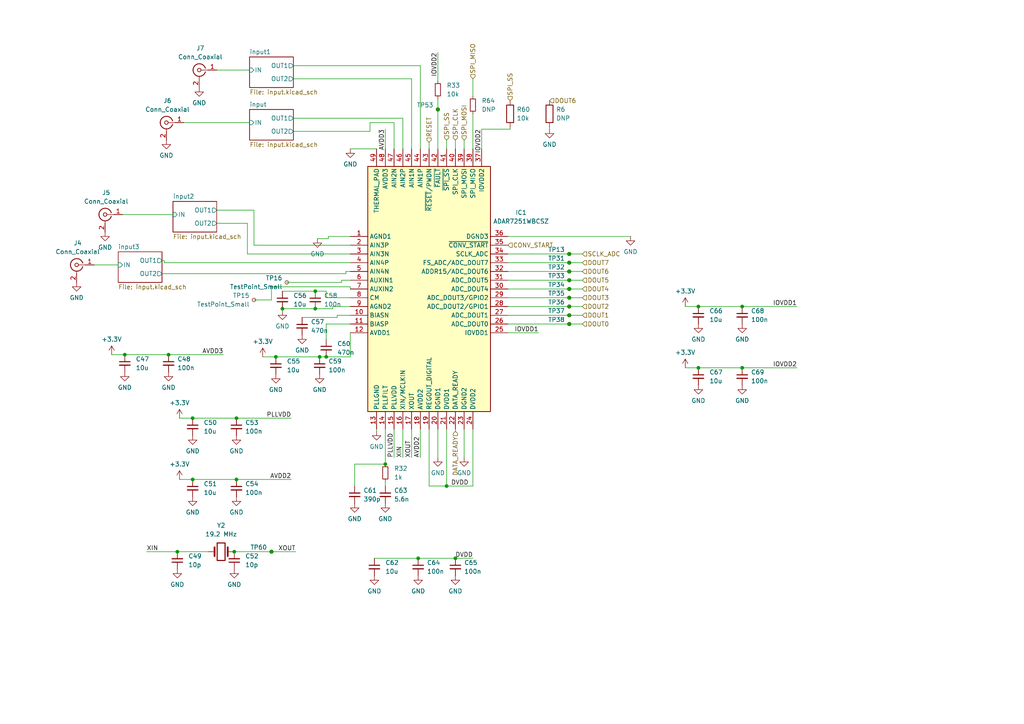
<source format=kicad_sch>
(kicad_sch (version 20231120) (generator "eeschema") (generator_version "8.0")
  (paper "A4")
  (lib_symbols
    (symbol "ADAR:ADAR7251WBCSZ"
      (property "Reference" "IC" (at 41.91 25.4 0))
      (property "Value" "ADAR7251WBCSZ" (at 41.91 22.86 0))
      (symbol "ADAR7251WBCSZ_1_1"
        (rectangle (start 5.08 20.32) (end 40.64 -50.8) (stroke (width 0.254)) (fill (type background)))
        (pin passive line (at 0 0 0) (length 5.08) (name "AGND1") (number "1"))
        (pin passive line (at 0 -22.86 0) (length 5.08) (name "BIASN") (number "10"))
        (pin passive line (at 0 -25.4 0) (length 5.08) (name "BIASP") (number "11"))
        (pin passive line (at 0 -27.94 0) (length 5.08) (name "AVDD1") (number "12"))
        (pin passive line (at 7.62 -55.88 90) (length 5.08) (name "PLLGND") (number "13"))
        (pin passive line (at 10.16 -55.88 90) (length 5.08) (name "PLLFILT") (number "14"))
        (pin passive line (at 12.7 -55.88 90) (length 5.08) (name "PLLVDD") (number "15"))
        (pin passive line (at 15.24 -55.88 90) (length 5.08) (name "XIN/MCLKIN") (number "16"))
        (pin passive line (at 17.78 -55.88 90) (length 5.08) (name "XOUT") (number "17"))
        (pin passive line (at 20.32 -55.88 90) (length 5.08) (name "AVDD2") (number "18"))
        (pin passive line (at 22.86 -55.88 90) (length 5.08) (name "REGOUT_DIGITAL") (number "19"))
        (pin passive line (at 0 -2.54 0) (length 5.08) (name "AIN3P") (number "2"))
        (pin passive line (at 25.4 -55.88 90) (length 5.08) (name "DGND1") (number "20"))
        (pin passive line (at 27.94 -55.88 90) (length 5.08) (name "DVDD1") (number "21"))
        (pin passive line (at 30.48 -55.88 90) (length 5.08) (name "DATA_READY") (number "22"))
        (pin passive line (at 33.02 -55.88 90) (length 5.08) (name "DGND2") (number "23"))
        (pin passive line (at 35.56 -55.88 90) (length 5.08) (name "DVDD2") (number "24"))
        (pin passive line (at 45.72 -27.94 180) (length 5.08) (name "IOVDD1") (number "25"))
        (pin passive line (at 45.72 -25.4 180) (length 5.08) (name "ADC_DOUT0") (number "26"))
        (pin passive line (at 45.72 -22.86 180) (length 5.08) (name "ADC_DOUT1") (number "27"))
        (pin passive line (at 45.72 -20.32 180) (length 5.08) (name "ADC_DOUT2/GPIO1") (number "28"))
        (pin passive line (at 45.72 -17.78 180) (length 5.08) (name "ADC_DOUT3/GPIO2") (number "29"))
        (pin passive line (at 0 -5.08 0) (length 5.08) (name "AIN3N") (number "3"))
        (pin passive line (at 45.72 -15.24 180) (length 5.08) (name "ADC_DOUT4") (number "30"))
        (pin passive line (at 45.72 -12.7 180) (length 5.08) (name "ADC_DOUT5") (number "31"))
        (pin passive line (at 45.72 -10.16 180) (length 5.08) (name "ADDR15/ADC_DOUT6") (number "32"))
        (pin passive line (at 45.72 -7.62 180) (length 5.08) (name "FS_ADC/ADC_DOUT7") (number "33"))
        (pin passive line (at 45.72 -5.08 180) (length 5.08) (name "SCLK_ADC") (number "34"))
        (pin passive line (at 45.72 -2.54 180) (length 5.08) (name "~{CONV_START}") (number "35"))
        (pin passive line (at 45.72 0 180) (length 5.08) (name "DGND3") (number "36"))
        (pin passive line (at 38.1 25.4 270) (length 5.08) (name "IOVDD2") (number "37"))
        (pin passive line (at 35.56 25.4 270) (length 5.08) (name "SPI_MISO") (number "38"))
        (pin passive line (at 33.02 25.4 270) (length 5.08) (name "SPI_MOSI") (number "39"))
        (pin passive line (at 0 -7.62 0) (length 5.08) (name "AIN4P") (number "4"))
        (pin passive line (at 30.48 25.4 270) (length 5.08) (name "SPI_CLK") (number "40"))
        (pin passive line (at 27.94 25.4 270) (length 5.08) (name "~{SPI_SS}") (number "41"))
        (pin passive line (at 25.4 25.4 270) (length 5.08) (name "~{FAULT}") (number "42"))
        (pin passive line (at 22.86 25.4 270) (length 5.08) (name "~{RESET}/PWDN") (number "43"))
        (pin passive line (at 20.32 25.4 270) (length 5.08) (name "AIN1P") (number "44"))
        (pin passive line (at 17.78 25.4 270) (length 5.08) (name "AIN1N") (number "45"))
        (pin passive line (at 15.24 25.4 270) (length 5.08) (name "AIN2P") (number "46"))
        (pin passive line (at 12.7 25.4 270) (length 5.08) (name "AIN2N") (number "47"))
        (pin passive line (at 10.16 25.4 270) (length 5.08) (name "AVDD3") (number "48"))
        (pin passive line (at 7.62 25.4 270) (length 5.08) (name "THERMAL_PAD") (number "49"))
        (pin passive line (at 0 -10.16 0) (length 5.08) (name "AIN4N") (number "5"))
        (pin passive line (at 0 -12.7 0) (length 5.08) (name "AUXIN1") (number "6"))
        (pin passive line (at 0 -15.24 0) (length 5.08) (name "AUXIN2") (number "7"))
        (pin passive line (at 0 -17.78 0) (length 5.08) (name "CM") (number "8"))
        (pin passive line (at 0 -20.32 0) (length 5.08) (name "AGND2") (number "9"))
      )
    )
    (symbol "Connector:Conn_Coaxial" (pin_names (offset 1.016) hide)
      (property "Reference" "J" (at 0.254 3.048 0))
      (property "Value" "Conn_Coaxial" (at 2.921 0 90))
      (symbol "Conn_Coaxial_0_1"
        (arc (start -1.778 -0.508) (mid 0.2311 -1.8066) (end 1.778 0) (stroke (width 0.254)))
        (polyline (pts (xy -2.54 0) (xy -0.508 0)))
        (polyline (pts (xy 0 -2.54) (xy 0 -1.778)))
        (circle (center 0 0) (radius 0.508) (stroke (width 0.2032)))
        (arc (start 1.778 0) (mid 0.2099 1.8101) (end -1.778 0.508) (stroke (width 0.254)))
      )
      (symbol "Conn_Coaxial_1_1"
        (pin passive line (at -5.08 0 0) (length 2.54) (name "In") (number "1"))
        (pin passive line (at 0 -5.08 90) (length 2.54) (name "Ext") (number "2"))
      )
    )
    (symbol "Connector:TestPoint_Small" (pin_numbers hide) (pin_names (offset 0.762) hide)
      (property "Reference" "TP" (at 0 3.81 0))
      (property "Value" "TestPoint_Small" (at 0 2.032 0))
      (symbol "TestPoint_Small_0_1"
        (circle (center 0 0) (radius 0.508))
      )
      (symbol "TestPoint_Small_1_1"
        (pin passive line (at 0 0 90) (length 0) (name "1") (number "1"))
      )
    )
    (symbol "Device:C_Small" (pin_numbers hide) (pin_names (offset 0.254) hide)
      (property "Reference" "C" (at 0.254 1.778 0))
      (property "Value" "C_Small" (at 0.254 -2.032 0))
      (symbol "C_Small_0_1"
        (polyline (pts (xy -1.524 -0.508) (xy 1.524 -0.508)) (stroke (width 0.3302)))
        (polyline (pts (xy -1.524 0.508) (xy 1.524 0.508)) (stroke (width 0.3048)))
      )
      (symbol "C_Small_1_1"
        (pin passive line (at 0 2.54 270) (length 2.032) (name "~") (number "1"))
        (pin passive line (at 0 -2.54 90) (length 2.032) (name "~") (number "2"))
      )
    )
    (symbol "Device:Crystal" (pin_numbers hide) (pin_names (offset 1.016) hide)
      (property "Reference" "Y" (at 0 3.81 0))
      (property "Value" "Crystal" (at 0 -3.81 0))
      (symbol "Crystal_0_1"
        (rectangle (start -1.143 2.54) (end 1.143 -2.54) (stroke (width 0.3048)))
        (polyline (pts (xy -2.54 0) (xy -1.905 0)))
        (polyline (pts (xy -1.905 -1.27) (xy -1.905 1.27)) (stroke (width 0.508)))
        (polyline (pts (xy 1.905 -1.27) (xy 1.905 1.27)) (stroke (width 0.508)))
        (polyline (pts (xy 2.54 0) (xy 1.905 0)))
      )
      (symbol "Crystal_1_1"
        (pin passive line (at -3.81 0 0) (length 1.27) (name "1") (number "1"))
        (pin passive line (at 3.81 0 180) (length 1.27) (name "2") (number "2"))
      )
    )
    (symbol "Device:R" (pin_numbers hide) (pin_names (offset 0))
      (property "Reference" "R" (at 2.032 0 90))
      (property "Value" "R" (at 0 0 90))
      (symbol "R_0_1"
        (rectangle (start -1.016 -2.54) (end 1.016 2.54) (stroke (width 0.254)))
      )
      (symbol "R_1_1"
        (pin passive line (at 0 3.81 270) (length 1.27) (name "~") (number "1"))
        (pin passive line (at 0 -3.81 90) (length 1.27) (name "~") (number "2"))
      )
    )
    (symbol "Device:R_Small" (pin_numbers hide) (pin_names (offset 0.254) hide)
      (property "Reference" "R" (at 0.762 0.508 0))
      (property "Value" "R_Small" (at 0.762 -1.016 0))
      (symbol "R_Small_0_1"
        (rectangle (start -0.762 1.778) (end 0.762 -1.778) (stroke (width 0.2032)))
      )
      (symbol "R_Small_1_1"
        (pin passive line (at 0 2.54 270) (length 0.762) (name "~") (number "1"))
        (pin passive line (at 0 -2.54 90) (length 0.762) (name "~") (number "2"))
      )
    )
    (symbol "power:+3.3V" (power) (pin_names (offset 0))
      (property "Value" "+3.3V" (at 0 3.556 0))
      (symbol "+3.3V_0_1"
        (polyline (pts (xy -0.762 1.27) (xy 0 2.54)))
        (polyline (pts (xy 0 0) (xy 0 2.54)))
        (polyline (pts (xy 0 2.54) (xy 0.762 1.27)))
      )
      (symbol "+3.3V_1_1"
        (pin power_in line (at 0 0 90) (length 0) hide (name "+3.3V") (number "1"))
      )
    )
    (symbol "power:GND" (power) (pin_names (offset 0))
      (property "Value" "GND" (at 0 -3.81 0))
      (symbol "GND_0_1"
        (polyline (pts (xy 0 0) (xy 0 -1.27) (xy 1.27 -1.27) (xy 0 -2.54) (xy -1.27 -1.27) (xy 0 -1.27)))
      )
      (symbol "GND_1_1"
        (pin power_in line (at 0 0 270) (length 0) hide (name "GND") (number "1"))
      )
    )
  )
  (junction (at 202.565 88.9))
  (junction (at 111.76 134.62))
  (junction (at 78.74 160.02))
  (junction (at 55.88 139.065))
  (junction (at 67.945 160.02))
  (junction (at 55.88 121.285))
  (junction (at 165.1 86.36))
  (junction (at 121.285 161.925))
  (junction (at 165.1 83.82))
  (junction (at 129.54 140.97))
  (junction (at 215.265 88.9))
  (junction (at 165.1 73.66))
  (junction (at 36.195 102.87))
  (junction (at 81.915 89.535))
  (junction (at 165.1 81.28))
  (junction (at 165.1 78.74))
  (junction (at 91.44 84.455))
  (junction (at 132.08 161.925))
  (junction (at 68.58 139.065))
  (junction (at 165.1 91.44))
  (junction (at 51.435 160.02))
  (junction (at 165.1 88.9))
  (junction (at 165.1 93.98))
  (junction (at 80.01 103.505))
  (junction (at 127 31.75))
  (junction (at 94.615 103.505))
  (junction (at 215.265 106.68))
  (junction (at 92.71 103.505))
  (junction (at 68.58 121.285))
  (junction (at 202.565 106.68))
  (junction (at 165.1 76.2))
  (junction (at 48.895 102.87))
  (junction (at 91.44 89.535))
  (wire (pts (xy 62.865 64.77) (xy 71.755 64.77)))
  (wire (pts (xy 36.195 102.87) (xy 48.895 102.87)))
  (wire (pts (xy 78.74 160.02) (xy 85.725 160.02)))
  (wire (pts (xy 101.6 83.82) (xy 101.6 83.185)))
  (wire (pts (xy 124.46 140.97) (xy 129.54 140.97)))
  (wire (pts (xy 139.7 37.465) (xy 139.7 43.18)))
  (wire (pts (xy 96.52 89.535) (xy 91.44 89.535)))
  (wire (pts (xy 101.6 96.52) (xy 101.6 103.505)))
  (wire (pts (xy 94.615 86.36) (xy 94.615 84.455)))
  (wire (pts (xy 147.32 73.66) (xy 165.1 73.66)))
  (wire (pts (xy 147.32 68.58) (xy 182.88 68.58)))
  (wire (pts (xy 124.46 124.46) (xy 124.46 140.97)))
  (wire (pts (xy 198.755 106.68) (xy 202.565 106.68)))
  (wire (pts (xy 94.615 93.98) (xy 94.615 98.425)))
  (wire (pts (xy 168.91 88.9) (xy 165.1 88.9)))
  (wire (pts (xy 107.315 38.1) (xy 107.315 35.56)))
  (wire (pts (xy 111.76 134.62) (xy 111.76 124.46)))
  (wire (pts (xy 137.16 27.94) (xy 137.16 22.86)))
  (wire (pts (xy 55.88 139.065) (xy 68.58 139.065)))
  (wire (pts (xy 51.435 160.02) (xy 60.325 160.02)))
  (wire (pts (xy 202.565 88.9) (xy 215.265 88.9)))
  (wire (pts (xy 165.1 81.28) (xy 147.32 81.28)))
  (wire (pts (xy 168.91 86.36) (xy 165.1 86.36)))
  (wire (pts (xy 168.91 93.98) (xy 165.1 93.98)))
  (wire (pts (xy 165.1 78.74) (xy 147.32 78.74)))
  (wire (pts (xy 100.33 78.74) (xy 100.33 79.375)))
  (wire (pts (xy 165.1 86.36) (xy 147.32 86.36)))
  (wire (pts (xy 165.1 76.2) (xy 168.91 76.2)))
  (wire (pts (xy 76.2 103.505) (xy 80.01 103.505)))
  (wire (pts (xy 121.92 43.18) (xy 121.92 19.05)))
  (wire (pts (xy 100.33 78.74) (xy 101.6 78.74)))
  (wire (pts (xy 52.07 139.065) (xy 55.88 139.065)))
  (wire (pts (xy 97.79 92.075) (xy 87.63 92.075)))
  (wire (pts (xy 165.1 91.44) (xy 147.32 91.44)))
  (wire (pts (xy 119.38 22.86) (xy 119.38 43.18)))
  (wire (pts (xy 215.265 106.68) (xy 231.14 106.68)))
  (wire (pts (xy 147.32 96.52) (xy 156.21 96.52)))
  (wire (pts (xy 137.16 140.97) (xy 137.16 124.46)))
  (wire (pts (xy 116.84 124.46) (xy 116.84 132.715)))
  (wire (pts (xy 47.625 75.565) (xy 46.99 75.565)))
  (wire (pts (xy 101.6 93.98) (xy 94.615 93.98)))
  (wire (pts (xy 101.6 86.36) (xy 94.615 86.36)))
  (wire (pts (xy 121.285 161.925) (xy 132.08 161.925)))
  (wire (pts (xy 107.315 35.56) (xy 114.3 35.56)))
  (wire (pts (xy 202.565 106.68) (xy 215.265 106.68)))
  (wire (pts (xy 129.54 43.18) (xy 129.54 40.64)))
  (wire (pts (xy 101.6 83.185) (xy 78.74 83.185)))
  (wire (pts (xy 81.915 89.535) (xy 91.44 89.535)))
  (wire (pts (xy 35.56 62.23) (xy 50.165 62.23)))
  (wire (pts (xy 101.6 103.505) (xy 94.615 103.505)))
  (wire (pts (xy 114.3 35.56) (xy 114.3 43.18)))
  (wire (pts (xy 62.865 20.32) (xy 72.39 20.32)))
  (wire (pts (xy 129.54 124.46) (xy 129.54 140.97)))
  (wire (pts (xy 165.1 93.98) (xy 147.32 93.98)))
  (wire (pts (xy 165.1 88.9) (xy 147.32 88.9)))
  (wire (pts (xy 147.955 37.465) (xy 147.955 36.83)))
  (wire (pts (xy 111.76 134.62) (xy 102.87 134.62)))
  (wire (pts (xy 80.01 103.505) (xy 92.71 103.505)))
  (wire (pts (xy 127 28.575) (xy 127 31.75)))
  (wire (pts (xy 114.3 124.46) (xy 114.3 132.715)))
  (wire (pts (xy 47.625 76.2) (xy 47.625 75.565)))
  (wire (pts (xy 53.34 35.56) (xy 72.39 35.56)))
  (wire (pts (xy 129.54 140.97) (xy 137.16 140.97)))
  (wire (pts (xy 116.84 43.18) (xy 116.84 34.29)))
  (wire (pts (xy 137.16 33.02) (xy 137.16 43.18)))
  (wire (pts (xy 127 132.715) (xy 127 124.46)))
  (wire (pts (xy 94.615 84.455) (xy 91.44 84.455)))
  (wire (pts (xy 127 15.24) (xy 127 23.495)))
  (wire (pts (xy 91.44 84.455) (xy 81.915 84.455)))
  (wire (pts (xy 132.08 124.46) (xy 132.08 125.095)))
  (wire (pts (xy 109.22 124.46) (xy 109.22 125.095)))
  (wire (pts (xy 99.06 81.28) (xy 99.06 81.915)))
  (wire (pts (xy 95.25 68.58) (xy 95.25 69.215)))
  (wire (pts (xy 121.92 124.46) (xy 121.92 132.715)))
  (wire (pts (xy 73.66 60.96) (xy 62.865 60.96)))
  (wire (pts (xy 97.79 91.44) (xy 97.79 92.075)))
  (wire (pts (xy 111.76 37.465) (xy 111.76 43.18)))
  (wire (pts (xy 139.7 37.465) (xy 147.955 37.465)))
  (wire (pts (xy 111.76 139.7) (xy 111.76 140.97)))
  (wire (pts (xy 71.755 64.77) (xy 71.755 73.66)))
  (wire (pts (xy 134.62 43.18) (xy 134.62 40.64)))
  (wire (pts (xy 100.33 79.375) (xy 46.99 79.375)))
  (wire (pts (xy 95.25 69.215) (xy 92.075 69.215)))
  (wire (pts (xy 127 31.75) (xy 127 43.18)))
  (wire (pts (xy 55.88 121.285) (xy 68.58 121.285)))
  (wire (pts (xy 101.6 43.18) (xy 109.22 43.18)))
  (wire (pts (xy 116.84 34.29) (xy 85.09 34.29)))
  (wire (pts (xy 52.07 121.285) (xy 55.88 121.285)))
  (wire (pts (xy 165.1 73.66) (xy 168.91 73.66)))
  (wire (pts (xy 124.46 43.18) (xy 124.46 41.275)))
  (wire (pts (xy 32.385 102.87) (xy 36.195 102.87)))
  (wire (pts (xy 168.91 81.28) (xy 165.1 81.28)))
  (wire (pts (xy 147.32 76.2) (xy 165.1 76.2)))
  (wire (pts (xy 168.91 91.44) (xy 165.1 91.44)))
  (wire (pts (xy 132.08 43.18) (xy 132.08 40.64)))
  (wire (pts (xy 96.52 88.9) (xy 101.6 88.9)))
  (wire (pts (xy 108.585 161.925) (xy 121.285 161.925)))
  (wire (pts (xy 97.79 91.44) (xy 101.6 91.44)))
  (wire (pts (xy 159.385 37.465) (xy 159.385 36.83)))
  (wire (pts (xy 101.6 71.12) (xy 73.66 71.12)))
  (wire (pts (xy 78.74 83.185) (xy 78.74 86.995)))
  (wire (pts (xy 198.755 88.9) (xy 202.565 88.9)))
  (wire (pts (xy 121.92 19.05) (xy 85.09 19.05)))
  (wire (pts (xy 85.09 22.86) (xy 119.38 22.86)))
  (wire (pts (xy 95.25 68.58) (xy 101.6 68.58)))
  (wire (pts (xy 27.305 76.835) (xy 34.29 76.835)))
  (wire (pts (xy 102.87 134.62) (xy 102.87 140.97)))
  (wire (pts (xy 165.1 83.82) (xy 147.32 83.82)))
  (wire (pts (xy 168.91 78.74) (xy 165.1 78.74)))
  (wire (pts (xy 73.66 71.12) (xy 73.66 60.96)))
  (wire (pts (xy 132.08 161.925) (xy 137.16 161.925)))
  (wire (pts (xy 168.91 83.82) (xy 165.1 83.82)))
  (wire (pts (xy 71.755 73.66) (xy 101.6 73.66)))
  (wire (pts (xy 92.71 103.505) (xy 94.615 103.505)))
  (wire (pts (xy 42.545 160.02) (xy 51.435 160.02)))
  (wire (pts (xy 73.66 86.995) (xy 78.74 86.995)))
  (wire (pts (xy 215.265 88.9) (xy 231.14 88.9)))
  (wire (pts (xy 85.09 38.1) (xy 107.315 38.1)))
  (wire (pts (xy 99.06 81.915) (xy 83.185 81.915)))
  (wire (pts (xy 134.62 132.715) (xy 134.62 124.46)))
  (wire (pts (xy 119.38 124.46) (xy 119.38 132.715)))
  (wire (pts (xy 47.625 76.2) (xy 101.6 76.2)))
  (wire (pts (xy 48.895 102.87) (xy 64.77 102.87)))
  (wire (pts (xy 68.58 139.065) (xy 84.455 139.065)))
  (wire (pts (xy 96.52 88.9) (xy 96.52 89.535)))
  (wire (pts (xy 68.58 121.285) (xy 84.455 121.285)))
  (wire (pts (xy 81.915 90.17) (xy 81.915 89.535)))
  (wire (pts (xy 67.945 160.02) (xy 78.74 160.02)))
  (wire (pts (xy 99.06 81.28) (xy 101.6 81.28)))
  (label "DVDD" (at 137.16 161.925 180))
  (label "DVDD" (at 130.81 140.97 0))
  (label "IOVDD1" (at 156.21 96.52 180))
  (label "XIN" (at 116.84 132.715 90))
  (label "IOVDD2" (at 127 15.24 270))
  (label "XOUT" (at 85.725 160.02 180))
  (label "AVDD2" (at 121.92 132.715 90))
  (label "PLLVDD" (at 114.3 132.715 90))
  (label "IOVDD2" (at 139.7 37.465 270))
  (label "AVDD2" (at 84.455 139.065 180))
  (label "AVDD3" (at 111.76 37.465 270))
  (label "XOUT" (at 119.38 132.715 90))
  (label "IOVDD1" (at 231.14 88.9 180))
  (label "AVDD3" (at 64.77 102.87 180))
  (label "PLLVDD" (at 84.455 121.285 180))
  (label "XIN" (at 42.545 160.02 0))
  (label "IOVDD2" (at 231.14 106.68 180))
  (hierarchical_label "DOUT4" (shape input) (at 168.91 83.82 0))
  (hierarchical_label "SPI_CLK" (shape input) (at 132.08 40.64 90))
  (hierarchical_label "DOUT5" (shape input) (at 168.91 81.28 0))
  (hierarchical_label "DOUT6" (shape input) (at 159.385 29.21 0))
  (hierarchical_label "RESET" (shape input) (at 124.46 41.275 90))
  (hierarchical_label "DOUT7" (shape input) (at 168.91 76.2 0))
  (hierarchical_label "DOUT1" (shape input) (at 168.91 91.44 0))
  (hierarchical_label "SCLK_ADC" (shape input) (at 168.91 73.66 0))
  (hierarchical_label "SPI_MOSI" (shape input) (at 134.62 40.64 90))
  (hierarchical_label "SPI_SS" (shape input) (at 147.955 29.21 90))
  (hierarchical_label "DOUT3" (shape input) (at 168.91 86.36 0))
  (hierarchical_label "DOUT0" (shape input) (at 168.91 93.98 0))
  (hierarchical_label "DOUT2" (shape input) (at 168.91 88.9 0))
  (hierarchical_label "DATA_READY" (shape input) (at 132.08 125.095 270))
  (hierarchical_label "SPI_MISO" (shape input) (at 137.16 22.86 90))
  (hierarchical_label "SPI_SS" (shape input) (at 129.54 40.64 90))
  (hierarchical_label "DOUT6" (shape input) (at 168.91 78.74 0))
  (hierarchical_label "CONV_START" (shape input) (at 147.32 71.12 0))
  (symbol (lib_id "power:+3.3V") (at 76.2 103.505 0) (unit 1)
    (property "Reference" "#PWR088" (effects (hide yes)))
    (property "Value" "+3.3V" (at 76.2 99.06 0))
  )
  (symbol (lib_id "Device:C_Small") (at 87.63 94.615 0) (unit 1)
    (property "Reference" "C57" (at 90.17 93.3513 0) (effects (justify left)))
    (property "Value" "470n" (at 90.17 95.8913 0) (effects (justify left)))
    (property "Footprint" "Capacitor_SMD:C_0603_1608Metric" (effects (hide yes)))
  )
  (symbol (lib_id "Device:C_Small") (at 48.895 105.41 0) (unit 1)
    (property "Reference" "C48" (at 51.435 104.1463 0) (effects (justify left)))
    (property "Value" "100n" (at 51.435 106.6863 0) (effects (justify left)))
    (property "Footprint" "Capacitor_SMD:C_0603_1608Metric" (effects (hide yes)))
  )
  (symbol (lib_id "power:GND") (at 121.285 167.005 0) (unit 1)
    (property "Reference" "#PWR099" (effects (hide yes)))
    (property "Value" "GND" (at 121.285 171.45 0))
  )
  (symbol (lib_id "power:+3.3V") (at 52.07 139.065 0) (unit 1)
    (property "Reference" "#PWR081" (effects (hide yes)))
    (property "Value" "+3.3V" (at 52.07 134.62 0))
  )
  (symbol (lib_id "Device:R") (at 159.385 33.02 180) (unit 1)
    (property "Reference" "R6" (at 161.29 31.75 0) (effects (justify right)))
    (property "Value" "DNP" (at 161.29 34.29 0) (effects (justify right)))
    (property "Footprint" "Resistor_SMD:R_0603_1608Metric" (effects (hide yes)))
  )
  (symbol (lib_id "power:GND") (at 109.22 125.095 0) (unit 1)
    (property "Reference" "#PWR097" (effects (hide yes)))
    (property "Value" "GND" (at 109.22 129.54 0))
  )
  (symbol (lib_id "Device:C_Small") (at 55.88 141.605 0) (unit 1)
    (property "Reference" "C51" (at 59.055 140.3413 0) (effects (justify left)))
    (property "Value" "10u" (at 59.055 142.8813 0) (effects (justify left)))
    (property "Footprint" "Capacitor_SMD:C_0603_1608Metric" (effects (hide yes)))
  )
  (symbol (lib_id "Connector:TestPoint_Small") (at 165.1 88.9 0) (mirror x) (unit 1)
    (property "Reference" "TP36" (at 163.83 87.63 0) (effects (justify right)))
    (property "Value" "TestPoint_Small" (effects (hide yes)))
    (property "Footprint" "TestPoint:TestPoint_Pad_1.0x1.0mm" (effects (hide yes)))
  )
  (symbol (lib_id "Connector:TestPoint_Small") (at 165.1 73.66 0) (mirror x) (unit 1)
    (property "Reference" "TP13" (at 163.83 72.39 0) (effects (justify right)))
    (property "Value" "TestPoint_Small" (effects (hide yes)))
    (property "Footprint" "TestPoint:TestPoint_Pad_1.0x1.0mm" (effects (hide yes)))
  )
  (symbol (lib_id "power:GND") (at 36.195 107.95 0) (unit 1)
    (property "Reference" "#PWR076" (effects (hide yes)))
    (property "Value" "GND" (at 36.195 112.395 0))
  )
  (symbol (lib_id "Connector:Conn_Coaxial") (at 30.48 62.23 0) (mirror y) (unit 1)
    (property "Reference" "J5" (at 30.7974 55.88 0))
    (property "Value" "Conn_Coaxial" (at 30.7974 58.42 0))
    (property "Footprint" "Connector_Coaxial:SMA_Samtec_SMA-J-P-X-ST-EM1_EdgeMount" (effects (hide yes)))
    (property "Datasheet" " ~" (effects (hide yes)))
  )
  (symbol (lib_id "Device:C_Small") (at 132.08 164.465 0) (unit 1)
    (property "Reference" "C65" (at 134.62 163.2013 0) (effects (justify left)))
    (property "Value" "100n" (at 134.62 165.7413 0) (effects (justify left)))
    (property "Footprint" "Capacitor_SMD:C_0603_1608Metric" (effects (hide yes)))
  )
  (symbol (lib_id "Device:R_Small") (at 127 26.035 0) (unit 1)
    (property "Reference" "R33" (at 129.54 24.765 0) (effects (justify left)))
    (property "Value" "10k" (at 129.54 27.305 0) (effects (justify left)))
    (property "Footprint" "Resistor_SMD:R_0603_1608Metric" (effects (hide yes)))
  )
  (symbol (lib_id "Connector:Conn_Coaxial") (at 48.26 35.56 0) (mirror y) (unit 1)
    (property "Reference" "J6" (at 48.5774 29.21 0))
    (property "Value" "Conn_Coaxial" (at 48.5774 31.75 0))
    (property "Footprint" "Connector_Coaxial:SMA_Samtec_SMA-J-P-X-ST-EM1_EdgeMount" (effects (hide yes)))
    (property "Datasheet" " ~" (effects (hide yes)))
  )
  (symbol (lib_id "power:+3.3V") (at 32.385 102.87 0) (unit 1)
    (property "Reference" "#PWR075" (effects (hide yes)))
    (property "Value" "+3.3V" (at 32.385 98.425 0))
  )
  (symbol (lib_id "power:GND") (at 215.265 111.76 0) (unit 1)
    (property "Reference" "#PWR0109" (effects (hide yes)))
    (property "Value" "GND" (at 215.265 116.205 0))
  )
  (symbol (lib_id "Connector:TestPoint_Small") (at 165.1 83.82 0) (mirror x) (unit 1)
    (property "Reference" "TP34" (at 163.83 82.55 0) (effects (justify right)))
    (property "Value" "TestPoint_Small" (effects (hide yes)))
    (property "Footprint" "TestPoint:TestPoint_Pad_1.0x1.0mm" (effects (hide yes)))
  )
  (symbol (lib_id "power:GND") (at 108.585 167.005 0) (unit 1)
    (property "Reference" "#PWR096" (effects (hide yes)))
    (property "Value" "GND" (at 108.585 171.45 0))
  )
  (symbol (lib_id "Connector:TestPoint_Small") (at 83.185 81.915 0) (mirror x) (unit 1)
    (property "Reference" "TP16" (at 81.915 80.645 0) (effects (justify right)))
    (property "Value" "TestPoint_Small" (at 81.915 83.185 0) (effects (justify right)))
    (property "Footprint" "TestPoint:TestPoint_Pad_2.0x2.0mm" (effects (hide yes)))
  )
  (symbol (lib_id "Device:C_Small") (at 94.615 100.965 0) (unit 1)
    (property "Reference" "C60" (at 97.79 99.7013 0) (effects (justify left)))
    (property "Value" "470n" (at 97.79 102.2413 0) (effects (justify left)))
    (property "Footprint" "Capacitor_SMD:C_0603_1608Metric" (effects (hide yes)))
  )
  (symbol (lib_id "power:GND") (at 55.88 144.145 0) (unit 1)
    (property "Reference" "#PWR083" (effects (hide yes)))
    (property "Value" "GND" (at 55.88 148.59 0))
  )
  (symbol (lib_id "power:GND") (at 30.48 67.31 0) (unit 1)
    (property "Reference" "#PWR074" (effects (hide yes)))
    (property "Value" "GND" (at 30.48 71.755 0))
  )
  (symbol (lib_id "Device:C_Small") (at 92.71 106.045 0) (unit 1)
    (property "Reference" "C59" (at 95.25 104.7813 0) (effects (justify left)))
    (property "Value" "100n" (at 95.25 107.3213 0) (effects (justify left)))
    (property "Footprint" "Capacitor_SMD:C_0603_1608Metric" (effects (hide yes)))
  )
  (symbol (lib_id "Device:C_Small") (at 68.58 123.825 0) (unit 1)
    (property "Reference" "C53" (at 71.12 122.5613 0) (effects (justify left)))
    (property "Value" "100n" (at 71.12 125.1013 0) (effects (justify left)))
    (property "Footprint" "Capacitor_SMD:C_0603_1608Metric" (effects (hide yes)))
  )
  (symbol (lib_id "Device:C_Small") (at 68.58 141.605 0) (unit 1)
    (property "Reference" "C54" (at 71.12 140.3413 0) (effects (justify left)))
    (property "Value" "100n" (at 71.12 142.8813 0) (effects (justify left)))
    (property "Footprint" "Capacitor_SMD:C_0603_1608Metric" (effects (hide yes)))
  )
  (symbol (lib_id "power:GND") (at 48.895 107.95 0) (unit 1)
    (property "Reference" "#PWR078" (effects (hide yes)))
    (property "Value" "GND" (at 48.895 112.395 0))
  )
  (symbol (lib_id "power:+3.3V") (at 52.07 121.285 0) (unit 1)
    (property "Reference" "#PWR080" (effects (hide yes)))
    (property "Value" "+3.3V" (at 52.07 116.84 0))
  )
  (symbol (lib_id "power:GND") (at 22.225 81.915 0) (unit 1)
    (property "Reference" "#PWR073" (effects (hide yes)))
    (property "Value" "GND" (at 22.225 86.36 0))
  )
  (symbol (lib_id "power:GND") (at 182.88 68.58 0) (unit 1)
    (property "Reference" "#PWR0103" (effects (hide yes)))
    (property "Value" "GND" (at 182.88 73.025 0))
  )
  (symbol (lib_id "Connector:TestPoint_Small") (at 165.1 86.36 0) (mirror x) (unit 1)
    (property "Reference" "TP35" (at 163.83 85.09 0) (effects (justify right)))
    (property "Value" "TestPoint_Small" (effects (hide yes)))
    (property "Footprint" "TestPoint:TestPoint_Pad_1.0x1.0mm" (effects (hide yes)))
  )
  (symbol (lib_id "power:+3.3V") (at 198.755 106.68 0) (unit 1)
    (property "Reference" "#PWR0105" (effects (hide yes)))
    (property "Value" "+3.3V" (at 198.755 102.235 0))
  )
  (symbol (lib_id "Device:C_Small") (at 111.76 143.51 0) (unit 1)
    (property "Reference" "C63" (at 114.3 142.2463 0) (effects (justify left)))
    (property "Value" "5.6n" (at 114.3 144.7863 0) (effects (justify left)))
    (property "Footprint" "Capacitor_SMD:C_0603_1608Metric" (effects (hide yes)))
  )
  (symbol (lib_id "power:GND") (at 92.71 108.585 0) (unit 1)
    (property "Reference" "#PWR093" (effects (hide yes)))
    (property "Value" "GND" (at 92.71 113.03 0))
  )
  (symbol (lib_id "Device:R_Small") (at 111.76 137.16 0) (unit 1)
    (property "Reference" "R32" (at 114.3 135.89 0) (effects (justify left)))
    (property "Value" "1k" (at 114.3 138.43 0) (effects (justify left)))
    (property "Footprint" "Resistor_SMD:R_0603_1608Metric" (effects (hide yes)))
  )
  (symbol (lib_id "Connector:TestPoint_Small") (at 165.1 93.98 0) (mirror x) (unit 1)
    (property "Reference" "TP38" (at 163.83 92.71 0) (effects (justify right)))
    (property "Value" "TestPoint_Small" (effects (hide yes)))
    (property "Footprint" "TestPoint:TestPoint_Pad_1.0x1.0mm" (effects (hide yes)))
  )
  (symbol (lib_id "power:GND") (at 134.62 132.715 0) (unit 1)
    (property "Reference" "#PWR0102" (effects (hide yes)))
    (property "Value" "GND" (at 134.62 137.16 0))
  )
  (symbol (lib_id "power:GND") (at 68.58 144.145 0) (unit 1)
    (property "Reference" "#PWR087" (effects (hide yes)))
    (property "Value" "GND" (at 68.58 148.59 0))
  )
  (symbol (lib_id "Device:C_Small") (at 108.585 164.465 0) (unit 1)
    (property "Reference" "C62" (at 111.76 163.2013 0) (effects (justify left)))
    (property "Value" "10u" (at 111.76 165.7413 0) (effects (justify left)))
    (property "Footprint" "Capacitor_SMD:C_0603_1608Metric" (effects (hide yes)))
  )
  (symbol (lib_id "Device:C_Small") (at 121.285 164.465 0) (unit 1)
    (property "Reference" "C64" (at 123.825 163.2013 0) (effects (justify left)))
    (property "Value" "100n" (at 123.825 165.7413 0) (effects (justify left)))
    (property "Footprint" "Capacitor_SMD:C_0603_1608Metric" (effects (hide yes)))
  )
  (symbol (lib_id "Connector:TestPoint_Small") (at 127 31.75 0) (mirror x) (unit 1)
    (property "Reference" "TP53" (at 125.73 30.48 0) (effects (justify right)))
    (property "Value" "TestPoint_Small" (effects (hide yes)))
    (property "Footprint" "TestPoint:TestPoint_Pad_1.0x1.0mm" (effects (hide yes)))
  )
  (symbol (lib_id "Device:C_Small") (at 51.435 162.56 180) (unit 1)
    (property "Reference" "C49" (at 54.61 161.2836 0) (effects (justify right)))
    (property "Value" "10p" (at 54.61 163.8236 0) (effects (justify right)))
    (property "Footprint" "Capacitor_SMD:C_0603_1608Metric" (effects (hide yes)))
  )
  (symbol (lib_id "Device:C_Small") (at 202.565 109.22 0) (unit 1)
    (property "Reference" "C67" (at 205.74 107.9563 0) (effects (justify left)))
    (property "Value" "10u" (at 205.74 110.4963 0) (effects (justify left)))
    (property "Footprint" "Capacitor_SMD:C_0603_1608Metric" (effects (hide yes)))
  )
  (symbol (lib_id "power:GND") (at 81.915 90.17 0) (unit 1)
    (property "Reference" "#PWR090" (effects (hide yes)))
    (property "Value" "GND" (at 81.915 94.615 0))
  )
  (symbol (lib_id "power:GND") (at 202.565 111.76 0) (unit 1)
    (property "Reference" "#PWR0107" (effects (hide yes)))
    (property "Value" "GND" (at 202.565 116.205 0))
  )
  (symbol (lib_id "Connector:Conn_Coaxial") (at 57.785 20.32 0) (mirror y) (unit 1)
    (property "Reference" "J7" (at 58.1024 13.97 0))
    (property "Value" "Conn_Coaxial" (at 58.1024 16.51 0))
    (property "Footprint" "Connector_Coaxial:SMA_Samtec_SMA-J-P-X-ST-EM1_EdgeMount" (effects (hide yes)))
    (property "Datasheet" " ~" (effects (hide yes)))
  )
  (symbol (lib_id "power:GND") (at 159.385 37.465 0) (unit 1)
    (property "Reference" "#PWR0135" (effects (hide yes)))
    (property "Value" "GND" (at 159.385 41.91 0))
  )
  (symbol (lib_id "power:GND") (at 55.88 126.365 0) (unit 1)
    (property "Reference" "#PWR082" (effects (hide yes)))
    (property "Value" "GND" (at 55.88 130.81 0))
  )
  (symbol (lib_id "Device:R_Small") (at 137.16 30.48 0) (unit 1)
    (property "Reference" "R64" (at 139.7 29.21 0) (effects (justify left)))
    (property "Value" "DNP" (at 139.7 31.75 0) (effects (justify left)))
    (property "Footprint" "Resistor_SMD:R_0603_1608Metric" (effects (hide yes)))
  )
  (symbol (lib_id "power:GND") (at 202.565 93.98 0) (unit 1)
    (property "Reference" "#PWR0106" (effects (hide yes)))
    (property "Value" "GND" (at 202.565 98.425 0))
  )
  (symbol (lib_id "Device:C_Small") (at 102.87 143.51 0) (unit 1)
    (property "Reference" "C61" (at 105.41 142.2463 0) (effects (justify left)))
    (property "Value" "390p" (at 105.41 144.7863 0) (effects (justify left)))
    (property "Footprint" "Capacitor_SMD:C_0603_1608Metric" (effects (hide yes)))
  )
  (symbol (lib_id "Device:C_Small") (at 215.265 91.44 0) (unit 1)
    (property "Reference" "C68" (at 217.805 90.1763 0) (effects (justify left)))
    (property "Value" "100n" (at 217.805 92.7163 0) (effects (justify left)))
    (property "Footprint" "Capacitor_SMD:C_0603_1608Metric" (effects (hide yes)))
  )
  (symbol (lib_id "Connector:Conn_Coaxial") (at 22.225 76.835 0) (mirror y) (unit 1)
    (property "Reference" "J4" (at 22.5424 70.485 0))
    (property "Value" "Conn_Coaxial" (at 22.5424 73.025 0))
    (property "Footprint" "Connector_Coaxial:SMA_Samtec_SMA-J-P-X-ST-EM1_EdgeMount" (effects (hide yes)))
    (property "Datasheet" " ~" (effects (hide yes)))
  )
  (symbol (lib_id "Connector:TestPoint_Small") (at 165.1 76.2 0) (mirror x) (unit 1)
    (property "Reference" "TP31" (at 163.83 74.93 0) (effects (justify right)))
    (property "Value" "TestPoint_Small" (effects (hide yes)))
    (property "Footprint" "TestPoint:TestPoint_Pad_1.0x1.0mm" (effects (hide yes)))
  )
  (symbol (lib_id "ADAR:ADAR7251WBCSZ") (at 101.6 68.58 0) (unit 1)
    (property "Reference" "IC1" (at 151.13 61.6519 0))
    (property "Value" "ADAR7251WBCSZ" (at 151.13 64.1919 0))
    (property "Footprint" "Package_CSP:LFCSP-48-1EP_7x7mm_P0.5mm_EP4.1x4.1mm" (effects (hide yes)))
    (property "Datasheet" "http://www.analog.com/media/en/technical-documentation/data-sheets/ADAR7251.pdf" (effects (hide yes)))
    (property "Height" "0.8" (effects (hide yes)))
    (property "Manufacturer_Name" "Analog Devices" (effects (hide yes)))
    (property "Manufacturer_Part_Number" "ADAR7251WBCSZ" (effects (hide yes)))
    (property "Mouser Part Number" "584-ADAR7251WBCSZ" (effects (hide yes)))
    (property "Mouser Price/Stock" "https://www.mouser.co.uk/ProductDetail/Analog-Devices/ADAR7251WBCSZ?qs=xbTpb2TSnD9wYJk4UHD7qA%3D%3D" (effects (hide yes)))
    (property "Arrow Part Number" "ADAR7251WBCSZ" (effects (hide yes)))
    (property "Arrow Price/Stock" "https://www.arrow.com/en/products/adar7251wbcsz/analog-devices" (effects (hide yes)))
  )
  (symbol (lib_id "power:GND") (at 68.58 126.365 0) (unit 1)
    (property "Reference" "#PWR086" (effects (hide yes)))
    (property "Value" "GND" (at 68.58 130.81 0))
  )
  (symbol (lib_id "Device:C_Small") (at 36.195 105.41 0) (unit 1)
    (property "Reference" "C47" (at 39.37 104.1463 0) (effects (justify left)))
    (property "Value" "10u" (at 39.37 106.6863 0) (effects (justify left)))
    (property "Footprint" "Capacitor_SMD:C_0603_1608Metric" (effects (hide yes)))
  )
  (symbol (lib_id "power:GND") (at 132.08 167.005 0) (unit 1)
    (property "Reference" "#PWR0101" (effects (hide yes)))
    (property "Value" "GND" (at 132.08 171.45 0))
  )
  (symbol (lib_id "power:GND") (at 92.075 69.215 0) (unit 1)
    (property "Reference" "#PWR092" (effects (hide yes)))
    (property "Value" "GND" (at 92.075 73.66 0))
  )
  (symbol (lib_id "Connector:TestPoint_Small") (at 73.66 86.995 0) (mirror x) (unit 1)
    (property "Reference" "TP15" (at 72.39 85.725 0) (effects (justify right)))
    (property "Value" "TestPoint_Small" (at 72.39 88.265 0) (effects (justify right)))
    (property "Footprint" "TestPoint:TestPoint_Pad_2.0x2.0mm" (effects (hide yes)))
  )
  (symbol (lib_id "Device:C_Small") (at 80.01 106.045 0) (unit 1)
    (property "Reference" "C55" (at 83.185 104.7813 0) (effects (justify left)))
    (property "Value" "10u" (at 83.185 107.3213 0) (effects (justify left)))
    (property "Footprint" "Capacitor_SMD:C_0603_1608Metric" (effects (hide yes)))
  )
  (symbol (lib_id "power:GND") (at 67.945 165.1 0) (unit 1)
    (property "Reference" "#PWR085" (effects (hide yes)))
    (property "Value" "GND" (at 67.945 169.545 0))
  )
  (symbol (lib_id "power:GND") (at 51.435 165.1 0) (unit 1)
    (property "Reference" "#PWR079" (effects (hide yes)))
    (property "Value" "GND" (at 51.435 169.545 0))
  )
  (symbol (lib_id "Device:C_Small") (at 202.565 91.44 0) (unit 1)
    (property "Reference" "C66" (at 205.74 90.1763 0) (effects (justify left)))
    (property "Value" "10u" (at 205.74 92.7163 0) (effects (justify left)))
    (property "Footprint" "Capacitor_SMD:C_0603_1608Metric" (effects (hide yes)))
  )
  (symbol (lib_id "power:GND") (at 87.63 97.155 0) (unit 1)
    (property "Reference" "#PWR091" (effects (hide yes)))
    (property "Value" "GND" (at 87.63 101.6 0))
  )
  (symbol (lib_id "Device:C_Small") (at 91.44 86.995 0) (unit 1)
    (property "Reference" "C58" (at 93.98 85.7313 0) (effects (justify left)))
    (property "Value" "100n" (at 93.98 88.2713 0) (effects (justify left)))
    (property "Footprint" "Capacitor_SMD:C_0603_1608Metric" (effects (hide yes)))
  )
  (symbol (lib_id "Device:C_Small") (at 215.265 109.22 0) (unit 1)
    (property "Reference" "C69" (at 217.805 107.9563 0) (effects (justify left)))
    (property "Value" "100n" (at 217.805 110.4963 0) (effects (justify left)))
    (property "Footprint" "Capacitor_SMD:C_0603_1608Metric" (effects (hide yes)))
  )
  (symbol (lib_id "power:GND") (at 101.6 43.18 0) (unit 1)
    (property "Reference" "#PWR095" (effects (hide yes)))
    (property "Value" "GND" (at 101.6 47.625 0))
  )
  (symbol (lib_id "power:GND") (at 215.265 93.98 0) (unit 1)
    (property "Reference" "#PWR0108" (effects (hide yes)))
    (property "Value" "GND" (at 215.265 98.425 0))
  )
  (symbol (lib_id "Device:C_Small") (at 67.945 162.56 180) (unit 1)
    (property "Reference" "C52" (at 71.12 161.2836 0) (effects (justify right)))
    (property "Value" "10p" (at 71.12 163.8236 0) (effects (justify right)))
    (property "Footprint" "Capacitor_SMD:C_0603_1608Metric" (effects (hide yes)))
  )
  (symbol (lib_id "power:GND") (at 102.87 146.05 0) (unit 1)
    (property "Reference" "#PWR094" (effects (hide yes)))
    (property "Value" "GND" (at 102.87 150.495 0))
  )
  (symbol (lib_id "power:GND") (at 111.76 146.05 0) (unit 1)
    (property "Reference" "#PWR098" (effects (hide yes)))
    (property "Value" "GND" (at 111.76 150.495 0))
  )
  (symbol (lib_id "Connector:TestPoint_Small") (at 165.1 81.28 0) (mirror x) (unit 1)
    (property "Reference" "TP33" (at 163.83 80.01 0) (effects (justify right)))
    (property "Value" "TestPoint_Small" (effects (hide yes)))
    (property "Footprint" "TestPoint:TestPoint_Pad_1.0x1.0mm" (effects (hide yes)))
  )
  (symbol (lib_id "Connector:TestPoint_Small") (at 165.1 91.44 0) (mirror x) (unit 1)
    (property "Reference" "TP37" (at 163.83 90.17 0) (effects (justify right)))
    (property "Value" "TestPoint_Small" (effects (hide yes)))
    (property "Footprint" "TestPoint:TestPoint_Pad_1.0x1.0mm" (effects (hide yes)))
  )
  (symbol (lib_id "power:GND") (at 57.785 25.4 0) (unit 1)
    (property "Reference" "#PWR084" (effects (hide yes)))
    (property "Value" "GND" (at 57.785 29.845 0))
  )
  (symbol (lib_id "Connector:TestPoint_Small") (at 165.1 78.74 0) (mirror x) (unit 1)
    (property "Reference" "TP32" (at 163.83 77.47 0) (effects (justify right)))
    (property "Value" "TestPoint_Small" (effects (hide yes)))
    (property "Footprint" "TestPoint:TestPoint_Pad_1.0x1.0mm" (effects (hide yes)))
  )
  (symbol (lib_id "Device:C_Small") (at 55.88 123.825 0) (unit 1)
    (property "Reference" "C50" (at 59.055 122.5613 0) (effects (justify left)))
    (property "Value" "10u" (at 59.055 125.1013 0) (effects (justify left)))
    (property "Footprint" "Capacitor_SMD:C_0603_1608Metric" (effects (hide yes)))
  )
  (symbol (lib_id "power:+3.3V") (at 198.755 88.9 0) (unit 1)
    (property "Reference" "#PWR0104" (effects (hide yes)))
    (property "Value" "+3.3V" (at 198.755 84.455 0))
  )
  (symbol (lib_id "Device:Crystal") (at 64.135 160.02 0) (unit 1)
    (property "Reference" "Y2" (at 64.135 152.4 0))
    (property "Value" "19.2 MHz" (at 64.135 154.94 0))
    (property "Footprint" "Crystal:Crystal_SMD_3225-4Pin_3.2x2.5mm" (effects (hide yes)))
  )
  (symbol (lib_id "Connector:TestPoint_Small") (at 78.74 160.02 0) (mirror x) (unit 1)
    (property "Reference" "TP60" (at 77.47 158.75 0) (effects (justify right)))
    (property "Value" "TestPoint_Small" (effects (hide yes)))
    (property "Footprint" "TestPoint:TestPoint_Pad_2.0x2.0mm" (effects (hide yes)))
  )
  (symbol (lib_id "Device:C_Small") (at 81.915 86.995 0) (unit 1)
    (property "Reference" "C56" (at 85.09 85.7313 0) (effects (justify left)))
    (property "Value" "10u" (at 85.09 88.2713 0) (effects (justify left)))
    (property "Footprint" "Capacitor_SMD:C_0603_1608Metric" (effects (hide yes)))
  )
  (symbol (lib_id "power:GND") (at 127 132.715 0) (unit 1)
    (property "Reference" "#PWR0100" (effects (hide yes)))
    (property "Value" "GND" (at 127 137.16 0))
  )
  (symbol (lib_id "Device:R") (at 147.955 33.02 180) (unit 1)
    (property "Reference" "R60" (at 149.86 31.75 0) (effects (justify right)))
    (property "Value" "10k" (at 149.86 34.29 0) (effects (justify right)))
    (property "Footprint" "Resistor_SMD:R_0603_1608Metric" (effects (hide yes)))
  )
  (symbol (lib_id "power:GND") (at 48.26 40.64 0) (unit 1)
    (property "Reference" "#PWR077" (effects (hide yes)))
    (property "Value" "GND" (at 48.26 45.085 0))
  )
  (symbol (lib_id "power:GND") (at 80.01 108.585 0) (unit 1)
    (property "Reference" "#PWR089" (effects (hide yes)))
    (property "Value" "GND" (at 80.01 113.03 0))
  )
  (sheet (at 72.39 16.51) (size 12.7 8.89) (stroke (width 0.1524))
    (property "Sheetname" "input1" (at 72.39 15.7984 0) (effects (justify left bottom)))
    (property "Sheetfile" "input.kicad_sch" (at 72.39 25.9846 0) (effects (justify left top)))
    (pin "OUT2" output (at 85.09 22.86 0))
    (pin "OUT1" output (at 85.09 19.05 0))
    (pin "IN" input (at 72.39 20.32 180))
  )
  (sheet (at 50.165 58.42) (size 12.7 8.89) (stroke (width 0.1524))
    (property "Sheetname" "input2" (at 50.165 57.7084 0) (effects (justify left bottom)))
    (property "Sheetfile" "input.kicad_sch" (at 50.165 67.8946 0) (effects (justify left top)))
    (pin "OUT2" output (at 62.865 64.77 0))
    (pin "OUT1" output (at 62.865 60.96 0))
    (pin "IN" input (at 50.165 62.23 180))
  )
  (sheet (at 34.29 73.025) (size 12.7 8.89) (stroke (width 0.1524))
    (property "Sheetname" "input3" (at 34.29 72.3134 0) (effects (justify left bottom)))
    (property "Sheetfile" "input.kicad_sch" (at 34.29 82.4996 0) (effects (justify left top)))
    (pin "OUT2" output (at 46.99 79.375 0))
    (pin "OUT1" output (at 46.99 75.565 0))
    (pin "IN" input (at 34.29 76.835 180))
  )
  (sheet (at 72.39 31.75) (size 12.7 8.89) (stroke (width 0.1524))
    (property "Sheetname" "input" (at 72.39 31.0384 0) (effects (justify left bottom)))
    (property "Sheetfile" "input.kicad_sch" (at 72.39 41.2246 0) (effects (justify left top)))
    (pin "OUT2" output (at 85.09 38.1 0))
    (pin "OUT1" output (at 85.09 34.29 0))
    (pin "IN" input (at 72.39 35.56 180))
  )
)
</source>
